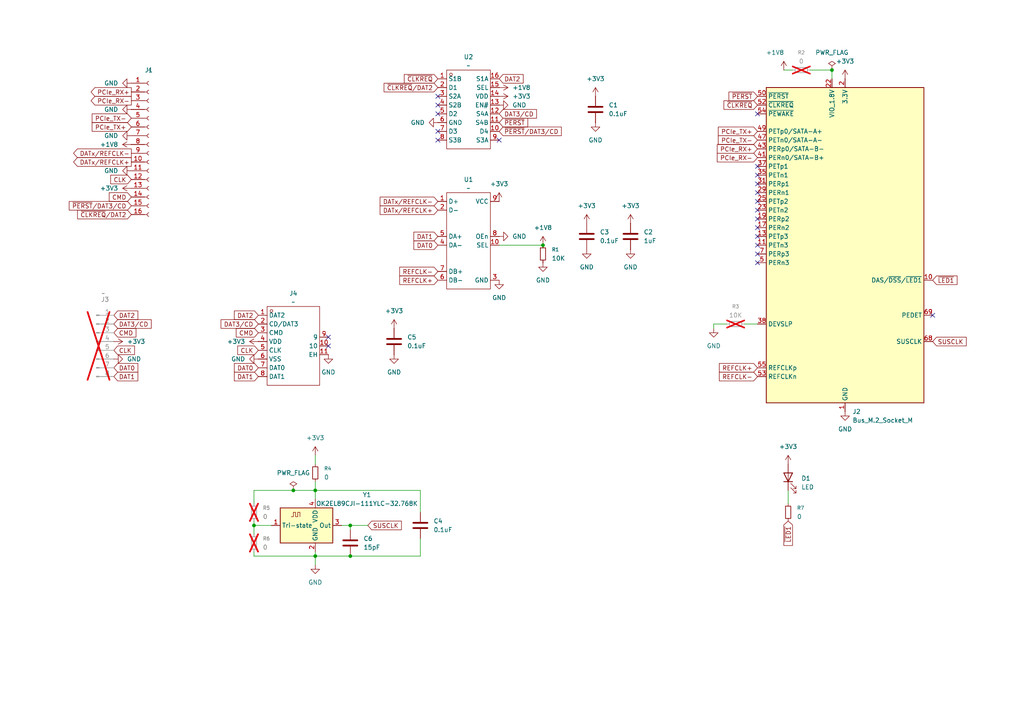
<source format=kicad_sch>
(kicad_sch (version 20250114) (generator "eeschema") (generator_version "9.0")
  (paper "A4")
  (lib_symbols
    (symbol "Connector:Conn_01x08_Pin" (pin_names (offset 1.016) (hide yes))
      (property "Reference" "J" (at 0 10.16 0))
      (property "Value" "Conn_01x08_Pin" (at 0 -12.7 0))
      (symbol "Conn_01x08_Pin_1_1"
        (rectangle (start 0.8636 7.747) (end 0 7.493) (stroke (width 0.1524)) (fill (type outline)))
        (rectangle (start 0.8636 5.207) (end 0 4.953) (stroke (width 0.1524)) (fill (type outline)))
        (rectangle (start 0.8636 2.667) (end 0 2.413) (stroke (width 0.1524)) (fill (type outline)))
        (rectangle (start 0.8636 0.127) (end 0 -0.127) (stroke (width 0.1524)) (fill (type outline)))
        (rectangle (start 0.8636 -2.413) (end 0 -2.667) (stroke (width 0.1524)) (fill (type outline)))
        (rectangle (start 0.8636 -4.953) (end 0 -5.207) (stroke (width 0.1524)) (fill (type outline)))
        (rectangle (start 0.8636 -7.493) (end 0 -7.747) (stroke (width 0.1524)) (fill (type outline)))
        (rectangle (start 0.8636 -10.033) (end 0 -10.287) (stroke (width 0.1524)) (fill (type outline)))
        (polyline (pts (xy 1.27 7.62) (xy 0.8636 7.62)) (stroke (width 0.1524)))
        (polyline (pts (xy 1.27 5.08) (xy 0.8636 5.08)) (stroke (width 0.1524)))
        (polyline (pts (xy 1.27 2.54) (xy 0.8636 2.54)) (stroke (width 0.1524)))
        (polyline (pts (xy 1.27 0) (xy 0.8636 0)) (stroke (width 0.1524)))
        (polyline (pts (xy 1.27 -2.54) (xy 0.8636 -2.54)) (stroke (width 0.1524)))
        (polyline (pts (xy 1.27 -5.08) (xy 0.8636 -5.08)) (stroke (width 0.1524)))
        (polyline (pts (xy 1.27 -7.62) (xy 0.8636 -7.62)) (stroke (width 0.1524)))
        (polyline (pts (xy 1.27 -10.16) (xy 0.8636 -10.16)) (stroke (width 0.1524)))
        (pin passive line (at 5.08 7.62 180) (length 3.81) (name "Pin_1") (number "1"))
        (pin passive line (at 5.08 5.08 180) (length 3.81) (name "Pin_2") (number "2"))
        (pin passive line (at 5.08 2.54 180) (length 3.81) (name "Pin_3") (number "3"))
        (pin passive line (at 5.08 0 180) (length 3.81) (name "Pin_4") (number "4"))
        (pin passive line (at 5.08 -2.54 180) (length 3.81) (name "Pin_5") (number "5"))
        (pin passive line (at 5.08 -5.08 180) (length 3.81) (name "Pin_6") (number "6"))
        (pin passive line (at 5.08 -7.62 180) (length 3.81) (name "Pin_7") (number "7"))
        (pin passive line (at 5.08 -10.16 180) (length 3.81) (name "Pin_8") (number "8"))
      )
    )
    (symbol "Device:C" (pin_numbers (hide yes)) (pin_names (offset 0.254))
      (property "Reference" "C" (at 0.635 2.54 0))
      (property "Value" "C" (at 0.635 -2.54 0))
      (symbol "C_0_1"
        (polyline (pts (xy -2.032 0.762) (xy 2.032 0.762)) (stroke (width 0.508)))
        (polyline (pts (xy -2.032 -0.762) (xy 2.032 -0.762)) (stroke (width 0.508)))
      )
      (symbol "C_1_1"
        (pin passive line (at 0 3.81 270) (length 2.794) (name "~") (number "1"))
        (pin passive line (at 0 -3.81 90) (length 2.794) (name "~") (number "2"))
      )
    )
    (symbol "Device:LED" (pin_numbers (hide yes)) (pin_names (offset 1.016) (hide yes))
      (property "Reference" "D" (at 0 2.54 0))
      (property "Value" "LED" (at 0 -2.54 0))
      (symbol "LED_0_1"
        (polyline (pts (xy -3.048 -0.762) (xy -4.572 -2.286) (xy -3.81 -2.286) (xy -4.572 -2.286) (xy -4.572 -1.524)))
        (polyline (pts (xy -1.778 -0.762) (xy -3.302 -2.286) (xy -2.54 -2.286) (xy -3.302 -2.286) (xy -3.302 -1.524)))
        (polyline (pts (xy -1.27 0) (xy 1.27 0)))
        (polyline (pts (xy -1.27 -1.27) (xy -1.27 1.27)) (stroke (width 0.254)))
        (polyline (pts (xy 1.27 -1.27) (xy 1.27 1.27) (xy -1.27 0) (xy 1.27 -1.27)) (stroke (width 0.254)))
      )
      (symbol "LED_1_1"
        (pin passive line (at -3.81 0 0) (length 2.54) (name "K") (number "1"))
        (pin passive line (at 3.81 0 180) (length 2.54) (name "A") (number "2"))
      )
    )
    (symbol "Device:R_Small" (pin_numbers (hide yes)) (pin_names (offset 0.254) (hide yes))
      (property "Reference" "R" (at 0 0 90))
      (property "Value" "R_Small" (at 1.778 0 90))
      (symbol "R_Small_0_1"
        (rectangle (start -0.762 1.778) (end 0.762 -1.778) (stroke (width 0.2032)))
      )
      (symbol "R_Small_1_1"
        (pin passive line (at 0 2.54 270) (length 0.762) (name "~") (number "1"))
        (pin passive line (at 0 -2.54 90) (length 0.762) (name "~") (number "2"))
      )
    )
    (symbol "m1cha:Bus_M.2_Socket_M_Platform"
      (property "Reference" "J" (at -22.86 46.99 0))
      (property "Value" "Bus_M.2_Socket_M_Platform" (at 16.51 46.99 0))
      (symbol "Bus_M.2_Socket_M_Platform_0_1"
        (rectangle (start -22.86 45.72) (end 22.86 -45.72) (stroke (width 0.254)) (fill (type background)))
      )
      (symbol "Bus_M.2_Socket_M_Platform_1_1"
        (pin input line (at -25.4 43.18 0) (length 2.54) (name "~{PERST}") (number "50"))
        (pin bidirectional line (at -25.4 40.64 0) (length 2.54) (name "~{CLKREQ}") (number "52"))
        (pin bidirectional line (at -25.4 38.1 0) (length 2.54) (name "~{PEWAKE}") (number "54"))
        (pin input line (at -25.4 33.02 0) (length 2.54) (name "PETp0/SATA-A+") (number "49"))
        (pin input line (at -25.4 30.48 0) (length 2.54) (name "PETn0/SATA-A-") (number "47"))
        (pin output line (at -25.4 27.94 0) (length 2.54) (name "PERp0/SATA-B-") (number "43"))
        (pin output line (at -25.4 25.4 0) (length 2.54) (name "PERn0/SATA-B+") (number "41"))
        (pin input line (at -25.4 22.86 0) (length 2.54) (name "PETp1") (number "37"))
        (pin input line (at -25.4 20.32 0) (length 2.54) (name "PETn1") (number "35"))
        (pin output line (at -25.4 17.78 0) (length 2.54) (name "PERp1") (number "31"))
        (pin output line (at -25.4 15.24 0) (length 2.54) (name "PERn1") (number "29"))
        (pin input line (at -25.4 12.7 0) (length 2.54) (name "PETp2") (number "25"))
        (pin input line (at -25.4 10.16 0) (length 2.54) (name "PETn2") (number "23"))
        (pin output line (at -25.4 7.62 0) (length 2.54) (name "PERp2") (number "19"))
        (pin output line (at -25.4 5.08 0) (length 2.54) (name "PERn2") (number "17"))
        (pin input line (at -25.4 2.54 0) (length 2.54) (name "PETp3") (number "13"))
        (pin input line (at -25.4 0 0) (length 2.54) (name "PETn3") (number "11"))
        (pin output line (at -25.4 -2.54 0) (length 2.54) (name "PERp3") (number "7"))
        (pin output line (at -25.4 -5.08 0) (length 2.54) (name "PERn3") (number "5"))
        (pin input line (at -25.4 -22.86 0) (length 2.54) (name "DEVSLP") (number "38"))
        (pin input line (at -25.4 -35.56 0) (length 2.54) (name "REFCLKp") (number "55"))
        (pin input line (at -25.4 -38.1 0) (length 2.54) (name "REFCLKn") (number "53"))
        (pin power_in line (at -3.81 48.26 270) (length 2.54) (name "VIO_1.8V") (number "22"))
        (pin passive line (at 0 48.26 270) (length 2.54) (hide yes) (name "3.3V") (number "12"))
        (pin passive line (at 0 48.26 270) (length 2.54) (hide yes) (name "3.3V") (number "14"))
        (pin passive line (at 0 48.26 270) (length 2.54) (hide yes) (name "3.3V") (number "16"))
        (pin passive line (at 0 48.26 270) (length 2.54) (hide yes) (name "3.3V") (number "18"))
        (pin power_in line (at 0 48.26 270) (length 2.54) (name "3.3V") (number "2"))
        (pin passive line (at 0 48.26 270) (length 2.54) (hide yes) (name "3.3V") (number "4"))
        (pin passive line (at 0 48.26 270) (length 2.54) (hide yes) (name "3.3V") (number "70"))
        (pin passive line (at 0 48.26 270) (length 2.54) (hide yes) (name "3.3V") (number "72"))
        (pin passive line (at 0 48.26 270) (length 2.54) (hide yes) (name "3.3V") (number "74"))
        (pin power_in line (at 0 -48.26 90) (length 2.54) (name "GND") (number "1"))
        (pin passive line (at 0 -48.26 90) (length 2.54) (hide yes) (name "GND") (number "15"))
        (pin passive line (at 0 -48.26 90) (length 2.54) (hide yes) (name "GND") (number "21"))
        (pin passive line (at 0 -48.26 90) (length 2.54) (hide yes) (name "GND") (number "27"))
        (pin passive line (at 0 -48.26 90) (length 2.54) (hide yes) (name "GND") (number "3"))
        (pin passive line (at 0 -48.26 90) (length 2.54) (hide yes) (name "GND") (number "33"))
        (pin passive line (at 0 -48.26 90) (length 2.54) (hide yes) (name "GND") (number "39"))
        (pin passive line (at 0 -48.26 90) (length 2.54) (hide yes) (name "GND") (number "45"))
        (pin passive line (at 0 -48.26 90) (length 2.54) (hide yes) (name "GND") (number "51"))
        (pin passive line (at 0 -48.26 90) (length 2.54) (hide yes) (name "GND") (number "57"))
        (pin passive line (at 0 -48.26 90) (length 2.54) (hide yes) (name "GND") (number "71"))
        (pin passive line (at 0 -48.26 90) (length 2.54) (hide yes) (name "GND") (number "73"))
        (pin passive line (at 0 -48.26 90) (length 2.54) (hide yes) (name "GND") (number "75"))
        (pin passive line (at 0 -48.26 90) (length 2.54) (hide yes) (name "GND") (number "9"))
        (pin no_connect line (at 22.86 40.64 180) (length 2.54) (hide yes) (name "NC") (number "58"))
        (pin no_connect line (at 22.86 38.1 180) (length 2.54) (hide yes) (name "NC") (number "56"))
        (pin no_connect line (at 22.86 35.56 180) (length 2.54) (hide yes) (name "NC") (number "48"))
        (pin no_connect line (at 22.86 33.02 180) (length 2.54) (hide yes) (name "NC") (number "46"))
        (pin no_connect line (at 22.86 30.48 180) (length 2.54) (hide yes) (name "NC") (number "44"))
        (pin no_connect line (at 22.86 27.94 180) (length 2.54) (hide yes) (name "NC") (number "42"))
        (pin no_connect line (at 22.86 25.4 180) (length 2.54) (hide yes) (name "NC") (number "40"))
        (pin no_connect line (at 22.86 22.86 180) (length 2.54) (hide yes) (name "NC") (number "36"))
        (pin no_connect line (at 22.86 20.32 180) (length 2.54) (hide yes) (name "NC") (number "34"))
        (pin no_connect line (at 22.86 17.78 180) (length 2.54) (hide yes) (name "NC") (number "32"))
        (pin no_connect line (at 22.86 15.24 180) (length 2.54) (hide yes) (name "NC") (number "30"))
        (pin no_connect line (at 22.86 12.7 180) (length 2.54) (hide yes) (name "NC") (number "28"))
        (pin no_connect line (at 22.86 10.16 180) (length 2.54) (hide yes) (name "NC") (number "26"))
        (pin no_connect line (at 22.86 7.62 180) (length 2.54) (hide yes) (name "NC") (number "24"))
        (pin no_connect line (at 22.86 2.54 180) (length 2.54) (hide yes) (name "NC") (number "20"))
        (pin no_connect line (at 22.86 0 180) (length 2.54) (hide yes) (name "NC") (number "8"))
        (pin no_connect line (at 22.86 -2.54 180) (length 2.54) (hide yes) (name "NC") (number "6"))
        (pin no_connect line (at 22.86 -5.08 180) (length 2.54) (hide yes) (name "NC") (number "67"))
        (pin bidirectional line (at 25.4 -10.16 180) (length 2.54) (name "DAS/~{DSS}/~{LED1}") (number "10"))
        (pin passive line (at 25.4 -20.32 180) (length 2.54) (name "PEDET") (number "69"))
        (pin input line (at 25.4 -27.94 180) (length 2.54) (name "SUSCLK") (number "68"))
      )
    )
    (symbol "m1cha:Molex uSD connector 503398-1892"
      (property "Reference" "CARD" (at 0 0 0))
      (symbol "Molex uSD connector 503398-1892_1_0"
        (rectangle (start -7.62 -11.43) (end 7.62 11.43))
        (circle (center -6.35 10.16) (radius 0.381))
        (pin bidirectional line (at -10.16 8.89 0) (length 2.54) (name "DAT2") (number "1"))
        (pin bidirectional line (at -10.16 6.35 0) (length 2.54) (name "CD/DAT3") (number "2"))
        (pin input line (at -10.16 3.81 0) (length 2.54) (name "CMD") (number "3"))
        (pin power_in line (at -10.16 1.27 0) (length 2.54) (name "VDD") (number "4"))
        (pin input line (at -10.16 -1.27 0) (length 2.54) (name "CLK") (number "5"))
        (pin power_in line (at -10.16 -3.81 0) (length 2.54) (name "VSS") (number "6"))
        (pin bidirectional line (at -10.16 -6.35 0) (length 2.54) (name "DAT0") (number "7"))
        (pin bidirectional line (at -10.16 -8.89 0) (length 2.54) (name "DAT1") (number "8"))
        (pin passive line (at 10.16 2.54 180) (length 2.54) (name "9") (number "9"))
        (pin passive line (at 10.16 0 180) (length 2.54) (name "10") (number "10"))
        (pin passive line (at 10.16 -2.54 180) (length 2.54) (name "EH") (number "11"))
      )
    )
    (symbol "m1cha:OK2EL89CJI-111YLC-32.768K"
      (property "Reference" "Y" (at -6.35 6.35 0))
      (property "Value" "OK2EL89CJI-111YLC-32.768K" (at 11.43 6.35 0))
      (symbol "OK2EL89CJI-111YLC-32.768K_1_1"
        (rectangle (start -7.62 5.08) (end 7.62 -5.08) (stroke (width 0.254)) (fill (type background)))
        (polyline (pts (xy -4.445 2.54) (xy -3.81 2.54) (xy -3.81 3.81) (xy -3.175 3.81) (xy -3.175 2.54) (xy -2.54 2.54) (xy -2.54 3.81) (xy -1.905 3.81) (xy -1.905 2.54)))
        (pin input line (at -10.16 0 0) (length 2.54) (name "Tri-state") (number "1"))
        (pin power_in line (at 2.54 7.62 270) (length 2.54) (name "VDD") (number "4"))
        (pin power_in line (at 2.54 -7.62 90) (length 2.54) (name "GND") (number "2"))
        (pin output line (at 10.16 0 180) (length 2.54) (name "Out") (number "3"))
      )
    )
    (symbol "m1cha:TMUX1574RSVR-UQFN"
      (property "Reference" "U" (at 0 0 0))
      (symbol "TMUX1574RSVR-UQFN_1_0"
        (rectangle (start -6.35 -11.43) (end 6.35 11.43))
        (circle (center -5.08 10.16) (radius 0.381))
        (pin bidirectional line (at -8.89 8.89 0) (length 2.54) (name "S1B") (number "1"))
        (pin bidirectional line (at -8.89 6.35 0) (length 2.54) (name "D1") (number "2"))
        (pin bidirectional line (at -8.89 3.81 0) (length 2.54) (name "S2A") (number "3"))
        (pin bidirectional line (at -8.89 1.27 0) (length 2.54) (name "S2B") (number "4"))
        (pin bidirectional line (at -8.89 -1.27 0) (length 2.54) (name "D2") (number "5"))
        (pin power_in line (at -8.89 -3.81 0) (length 2.54) (name "GND") (number "6"))
        (pin bidirectional line (at -8.89 -6.35 0) (length 2.54) (name "D3") (number "7"))
        (pin bidirectional line (at -8.89 -8.89 0) (length 2.54) (name "S3B") (number "8"))
        (pin bidirectional line (at 8.89 8.89 180) (length 2.54) (name "S1A") (number "16"))
        (pin input line (at 8.89 6.35 180) (length 2.54) (name "SEL") (number "15"))
        (pin power_in line (at 8.89 3.81 180) (length 2.54) (name "VDD") (number "14"))
        (pin input line (at 8.89 1.27 180) (length 2.54) (name "EN#") (number "13"))
        (pin bidirectional line (at 8.89 -1.27 180) (length 2.54) (name "S4A") (number "12"))
        (pin bidirectional line (at 8.89 -3.81 180) (length 2.54) (name "S4B") (number "11"))
        (pin bidirectional line (at 8.89 -6.35 180) (length 2.54) (name "D4") (number "10"))
        (pin bidirectional line (at 8.89 -8.89 180) (length 2.54) (name "S3A") (number "9"))
      )
    )
    (symbol "m1cha:TMUXHS221NKGT"
      (property "Reference" "U" (at 0 0 0))
      (symbol "TMUXHS221NKGT_1_0"
        (rectangle (start -6.35 13.97) (end 6.35 -13.97))
        (pin bidirectional line (at -8.89 11.43 0) (length 2.54) (name "D+") (number "1"))
        (pin bidirectional line (at -8.89 8.89 0) (length 2.54) (name "D-") (number "2"))
        (pin bidirectional line (at -8.89 1.27 0) (length 2.54) (name "DA+") (number "5"))
        (pin bidirectional line (at -8.89 -1.27 0) (length 2.54) (name "DA-") (number "4"))
        (pin bidirectional line (at -8.89 -8.89 0) (length 2.54) (name "DB+") (number "7"))
        (pin bidirectional line (at -8.89 -11.43 0) (length 2.54) (name "DB-") (number "6"))
        (pin power_in line (at 8.89 11.43 180) (length 2.54) (name "VCC") (number "9"))
        (pin input line (at 8.89 1.27 180) (length 2.54) (name "OEn") (number "8"))
        (pin input line (at 8.89 -1.27 180) (length 2.54) (name "SEL") (number "10"))
        (pin power_in line (at 8.89 -11.43 180) (length 2.54) (name "GND") (number "3"))
      )
    )
    (symbol "m1cha:usdex-fpc-connector" (pin_names (offset 1.016) (hide yes))
      (property "Reference" "J" (at 0 20.32 0))
      (property "Value" "usdex-fpc-connector" (at 0 -22.86 0))
      (symbol "usdex-fpc-connector_1_1"
        (polyline (pts (xy -1.27 17.78) (xy -0.508 17.78)) (stroke (width 0.1524)))
        (polyline (pts (xy -1.27 15.24) (xy -0.508 15.24)) (stroke (width 0.1524)))
        (polyline (pts (xy -1.27 12.7) (xy -0.508 12.7)) (stroke (width 0.1524)))
        (polyline (pts (xy -1.27 10.16) (xy -0.508 10.16)) (stroke (width 0.1524)))
        (polyline (pts (xy -1.27 7.62) (xy -0.508 7.62)) (stroke (width 0.1524)))
        (polyline (pts (xy -1.27 5.08) (xy -0.508 5.08)) (stroke (width 0.1524)))
        (polyline (pts (xy -1.27 2.54) (xy -0.508 2.54)) (stroke (width 0.1524)))
        (polyline (pts (xy -1.27 0) (xy -0.508 0)) (stroke (width 0.1524)))
        (polyline (pts (xy -1.27 -2.54) (xy -0.508 -2.54)) (stroke (width 0.1524)))
        (polyline (pts (xy -1.27 -5.08) (xy -0.508 -5.08)) (stroke (width 0.1524)))
        (polyline (pts (xy -1.27 -7.62) (xy -0.508 -7.62)) (stroke (width 0.1524)))
        (polyline (pts (xy -1.27 -10.16) (xy -0.508 -10.16)) (stroke (width 0.1524)))
        (polyline (pts (xy -1.27 -12.7) (xy -0.508 -12.7)) (stroke (width 0.1524)))
        (polyline (pts (xy -1.27 -15.24) (xy -0.508 -15.24)) (stroke (width 0.1524)))
        (polyline (pts (xy -1.27 -17.78) (xy -0.508 -17.78)) (stroke (width 0.1524)))
        (polyline (pts (xy -1.27 -20.32) (xy -0.508 -20.32)) (stroke (width 0.1524)))
        (arc (start 0 17.272) (mid -0.5058 17.78) (end 0 18.288) (stroke (width 0.1524)))
        (arc (start 0 14.732) (mid -0.5058 15.24) (end 0 15.748) (stroke (width 0.1524)))
        (arc (start 0 12.192) (mid -0.5058 12.7) (end 0 13.208) (stroke (width 0.1524)))
        (arc (start 0 9.652) (mid -0.5058 10.16) (end 0 10.668) (stroke (width 0.1524)))
        (arc (start 0 7.112) (mid -0.5058 7.62) (end 0 8.128) (stroke (width 0.1524)))
        (arc (start 0 4.572) (mid -0.5058 5.08) (end 0 5.588) (stroke (width 0.1524)))
        (arc (start 0 2.032) (mid -0.5058 2.54) (end 0 3.048) (stroke (width 0.1524)))
        (arc (start 0 -0.508) (mid -0.5058 0) (end 0 0.508) (stroke (width 0.1524)))
        (arc (start 0 -3.048) (mid -0.5058 -2.54) (end 0 -2.032) (stroke (width 0.1524)))
        (arc (start 0 -5.588) (mid -0.5058 -5.08) (end 0 -4.572) (stroke (width 0.1524)))
        (arc (start 0 -8.128) (mid -0.5058 -7.62) (end 0 -7.112) (stroke (width 0.1524)))
        (arc (start 0 -10.668) (mid -0.5058 -10.16) (end 0 -9.652) (stroke (width 0.1524)))
        (arc (start 0 -13.208) (mid -0.5058 -12.7) (end 0 -12.192) (stroke (width 0.1524)))
        (arc (start 0 -15.748) (mid -0.5058 -15.24) (end 0 -14.732) (stroke (width 0.1524)))
        (arc (start 0 -18.288) (mid -0.5058 -17.78) (end 0 -17.272) (stroke (width 0.1524)))
        (arc (start 0 -20.828) (mid -0.5058 -20.32) (end 0 -19.812) (stroke (width 0.1524)))
        (pin power_out line (at -5.08 17.78 0) (length 3.81) (name "Pin_1") (number "1"))
        (pin passive line (at -5.08 15.24 0) (length 3.81) (name "Pin_2") (number "2"))
        (pin passive line (at -5.08 12.7 0) (length 3.81) (name "Pin_3") (number "3"))
        (pin passive line (at -5.08 10.16 0) (length 3.81) (name "Pin_4") (number "4"))
        (pin passive line (at -5.08 7.62 0) (length 3.81) (name "Pin_5") (number "5"))
        (pin passive line (at -5.08 5.08 0) (length 3.81) (name "Pin_6") (number "6"))
        (pin passive line (at -5.08 2.54 0) (length 3.81) (name "Pin_7") (number "7"))
        (pin power_out line (at -5.08 0 0) (length 3.81) (name "Pin_8") (number "8"))
        (pin passive line (at -5.08 -2.54 0) (length 3.81) (name "Pin_9") (number "9"))
        (pin passive line (at -5.08 -5.08 0) (length 3.81) (name "Pin_10") (number "10"))
        (pin passive line (at -5.08 -7.62 0) (length 3.81) (name "Pin_11") (number "11"))
        (pin passive line (at -5.08 -10.16 0) (length 3.81) (name "Pin_12") (number "12"))
        (pin power_out line (at -5.08 -12.7 0) (length 3.81) (name "Pin_13") (number "13"))
        (pin passive line (at -5.08 -15.24 0) (length 3.81) (name "Pin_14") (number "14"))
        (pin passive line (at -5.08 -17.78 0) (length 3.81) (name "Pin_15") (number "15"))
        (pin passive line (at -5.08 -20.32 0) (length 3.81) (name "Pin_16") (number "16"))
      )
    )
    (symbol "power:+1V8" (power) (pin_numbers (hide yes)) (pin_names (offset 0) (hide yes))
      (property "Value" "+1V8" (at 0 3.556 0))
      (symbol "+1V8_0_1"
        (polyline (pts (xy -0.762 1.27) (xy 0 2.54)))
        (polyline (pts (xy 0 2.54) (xy 0.762 1.27)))
        (polyline (pts (xy 0 0) (xy 0 2.54)))
      )
      (symbol "+1V8_1_1"
        (pin power_in line (at 0 0 90) (length 0) (name "~") (number "1"))
      )
    )
    (symbol "power:+3V3" (power) (pin_numbers (hide yes)) (pin_names (offset 0) (hide yes))
      (property "Value" "+3V3" (at 0 3.556 0))
      (symbol "+3V3_0_1"
        (polyline (pts (xy -0.762 1.27) (xy 0 2.54)))
        (polyline (pts (xy 0 2.54) (xy 0.762 1.27)))
        (polyline (pts (xy 0 0) (xy 0 2.54)))
      )
      (symbol "+3V3_1_1"
        (pin power_in line (at 0 0 90) (length 0) (name "~") (number "1"))
      )
    )
    (symbol "power:GND" (power) (pin_numbers (hide yes)) (pin_names (offset 0) (hide yes))
      (property "Value" "GND" (at 0 -3.81 0))
      (symbol "GND_0_1"
        (polyline (pts (xy 0 0) (xy 0 -1.27) (xy 1.27 -1.27) (xy 0 -2.54) (xy -1.27 -1.27) (xy 0 -1.27)))
      )
      (symbol "GND_1_1"
        (pin power_in line (at 0 0 270) (length 0) (name "~") (number "1"))
      )
    )
    (symbol "power:PWR_FLAG" (power) (pin_numbers (hide yes)) (pin_names (offset 0) (hide yes))
      (property "Value" "PWR_FLAG" (at 0 3.81 0))
      (symbol "PWR_FLAG_0_0"
        (pin power_out line (at 0 0 90) (length 0) (name "~") (number "1"))
      )
      (symbol "PWR_FLAG_0_1"
        (polyline (pts (xy 0 0) (xy 0 1.27) (xy -1.016 1.905) (xy 0 2.54) (xy 1.016 1.905) (xy 0 1.27)))
      )
    )
  )
  (junction (at 91.44 142.24))
  (junction (at 85.09 142.24))
  (junction (at 241.3 20.32))
  (junction (at 101.6 152.4))
  (junction (at 73.66 152.4))
  (junction (at 101.6 161.29))
  (junction (at 157.48 71.12))
  (junction (at 91.44 161.29))
  (no_connect (at 127 27.94))
  (no_connect (at 127 38.1))
  (no_connect (at 219.71 58.42))
  (no_connect (at 144.78 40.64))
  (no_connect (at 219.71 60.96))
  (no_connect (at 95.25 97.79))
  (no_connect (at 95.25 100.33))
  (no_connect (at 219.71 71.12))
  (no_connect (at 219.71 53.34))
  (no_connect (at 219.71 48.26))
  (no_connect (at 127 30.48))
  (no_connect (at 219.71 63.5))
  (no_connect (at 219.71 66.04))
  (no_connect (at 270.51 91.44))
  (no_connect (at 219.71 33.02))
  (no_connect (at 219.71 76.2))
  (no_connect (at 219.71 68.58))
  (no_connect (at 127 33.02))
  (no_connect (at 219.71 55.88))
  (no_connect (at 219.71 50.8))
  (no_connect (at 127 40.64))
  (no_connect (at 219.71 73.66))
  (wire (pts (xy 73.66 160.02) (xy 73.66 161.29)))
  (wire (pts (xy 215.9 93.98) (xy 219.71 93.98)))
  (wire (pts (xy 91.44 139.7) (xy 91.44 142.24)))
  (wire (pts (xy 101.6 152.4) (xy 101.6 153.67)))
  (wire (pts (xy 91.44 132.08) (xy 91.44 134.62)))
  (wire (pts (xy 73.66 146.05) (xy 73.66 142.24)))
  (wire (pts (xy 91.44 163.83) (xy 91.44 161.29)))
  (wire (pts (xy 228.6 142.24) (xy 228.6 146.05)))
  (wire (pts (xy 73.66 142.24) (xy 85.09 142.24)))
  (wire (pts (xy 121.92 142.24) (xy 121.92 148.59)))
  (wire (pts (xy 207.01 93.98) (xy 210.82 93.98)))
  (wire (pts (xy 241.3 20.32) (xy 234.95 20.32)))
  (wire (pts (xy 101.6 152.4) (xy 99.06 152.4)))
  (wire (pts (xy 106.68 152.4) (xy 101.6 152.4)))
  (wire (pts (xy 121.92 161.29) (xy 101.6 161.29)))
  (wire (pts (xy 91.44 142.24) (xy 91.44 144.78)))
  (wire (pts (xy 121.92 156.21) (xy 121.92 161.29)))
  (wire (pts (xy 101.6 161.29) (xy 91.44 161.29)))
  (wire (pts (xy 207.01 95.25) (xy 207.01 93.98)))
  (wire (pts (xy 91.44 161.29) (xy 91.44 160.02)))
  (wire (pts (xy 73.66 152.4) (xy 73.66 154.94)))
  (wire (pts (xy 227.33 20.32) (xy 229.87 20.32)))
  (wire (pts (xy 85.09 142.24) (xy 91.44 142.24)))
  (wire (pts (xy 73.66 161.29) (xy 91.44 161.29)))
  (wire (pts (xy 78.74 152.4) (xy 73.66 152.4)))
  (wire (pts (xy 241.3 20.32) (xy 241.3 22.86)))
  (wire (pts (xy 91.44 142.24) (xy 121.92 142.24)))
  (wire (pts (xy 73.66 152.4) (xy 73.66 151.13)))
  (wire (pts (xy 144.78 71.12) (xy 157.48 71.12)))
  (global_label "CMD" (shape input) (at 38.1 57.15 180) (property "Intersheetrefs" "${INTERSHEET_REFS}" (effects (hide yes))))
  (global_label "DAT0" (shape input) (at 127 71.12 180) (property "Intersheetrefs" "${INTERSHEET_REFS}" (effects (hide yes))))
  (global_label "PCIe_RX+" (shape input) (at 219.71 43.18 180) (property "Intersheetrefs" "${INTERSHEET_REFS}" (effects (hide yes))))
  (global_label "SUSCLK" (shape input) (at 270.51 99.06 0) (property "Intersheetrefs" "${INTERSHEET_REFS}" (effects (hide yes))))
  (global_label "REFCLK-" (shape input) (at 127 78.74 180) (property "Intersheetrefs" "${INTERSHEET_REFS}" (effects (hide yes))))
  (global_label "CLK" (shape input) (at 38.1 52.07 180) (property "Intersheetrefs" "${INTERSHEET_REFS}" (effects (hide yes))))
  (global_label "~{PERST}" (shape input) (at 219.71 27.94 180) (property "Intersheetrefs" "${INTERSHEET_REFS}" (effects (hide yes))))
  (global_label "~{CLKREQ}" (shape input) (at 219.71 30.48 180) (property "Intersheetrefs" "${INTERSHEET_REFS}" (effects (hide yes))))
  (global_label "REFCLK+" (shape input) (at 219.71 106.68 180) (property "Intersheetrefs" "${INTERSHEET_REFS}" (effects (hide yes))))
  (global_label "~{CLKREQ}" (shape input) (at 127 22.86 180) (property "Intersheetrefs" "${INTERSHEET_REFS}" (effects (hide yes))))
  (global_label "DAT2" (shape input) (at 144.78 22.86 0) (property "Intersheetrefs" "${INTERSHEET_REFS}" (effects (hide yes))))
  (global_label "PCIe_TX-" (shape input) (at 219.71 40.64 180) (property "Intersheetrefs" "${INTERSHEET_REFS}" (effects (hide yes))))
  (global_label "~{PERST}{slash}DAT3{slash}CD" (shape input) (at 38.1 59.69 180) (property "Intersheetrefs" "${INTERSHEET_REFS}" (effects (hide yes))))
  (global_label "DAT0" (shape input) (at 33.02 106.68 0) (property "Intersheetrefs" "${INTERSHEET_REFS}" (effects (hide yes))))
  (global_label "PCIe_TX+" (shape input) (at 219.71 38.1 180) (property "Intersheetrefs" "${INTERSHEET_REFS}" (effects (hide yes))))
  (global_label "DAT1" (shape input) (at 74.93 109.22 180) (property "Intersheetrefs" "${INTERSHEET_REFS}" (effects (hide yes))))
  (global_label "DAT1" (shape input) (at 127 68.58 180) (property "Intersheetrefs" "${INTERSHEET_REFS}" (effects (hide yes))))
  (global_label "SUSCLK" (shape input) (at 106.68 152.4 0) (property "Intersheetrefs" "${INTERSHEET_REFS}" (effects (hide yes))))
  (global_label "PCIe_RX-" (shape output) (at 38.1 29.21 180) (property "Intersheetrefs" "${INTERSHEET_REFS}" (effects (hide yes))))
  (global_label "~{CLKREQ}{slash}DAT2" (shape input) (at 127 25.4 180) (property "Intersheetrefs" "${INTERSHEET_REFS}" (effects (hide yes))))
  (global_label "CMD" (shape input) (at 74.93 96.52 180) (property "Intersheetrefs" "${INTERSHEET_REFS}" (effects (hide yes))))
  (global_label "~{LED1}" (shape input) (at 270.51 81.28 0) (property "Intersheetrefs" "${INTERSHEET_REFS}" (effects (hide yes))))
  (global_label "CLK" (shape input) (at 33.02 101.6 0) (property "Intersheetrefs" "${INTERSHEET_REFS}" (effects (hide yes))))
  (global_label "~{CLKREQ}{slash}DAT2" (shape input) (at 38.1 62.23 180) (property "Intersheetrefs" "${INTERSHEET_REFS}" (effects (hide yes))))
  (global_label "DAT1" (shape input) (at 33.02 109.22 0) (property "Intersheetrefs" "${INTERSHEET_REFS}" (effects (hide yes))))
  (global_label "DATx{slash}REFCLK-" (shape input) (at 127 58.42 180) (property "Intersheetrefs" "${INTERSHEET_REFS}" (effects (hide yes))))
  (global_label "CLK" (shape input) (at 74.93 101.6 180) (property "Intersheetrefs" "${INTERSHEET_REFS}" (effects (hide yes))))
  (global_label "DAT2" (shape input) (at 33.02 91.44 0) (property "Intersheetrefs" "${INTERSHEET_REFS}" (effects (hide yes))))
  (global_label "DAT2" (shape input) (at 74.93 91.44 180) (property "Intersheetrefs" "${INTERSHEET_REFS}" (effects (hide yes))))
  (global_label "DAT3{slash}CD" (shape input) (at 33.02 93.98 0) (property "Intersheetrefs" "${INTERSHEET_REFS}" (effects (hide yes))))
  (global_label "DATx{slash}REFCLK+" (shape output) (at 38.1 46.99 180) (property "Intersheetrefs" "${INTERSHEET_REFS}" (effects (hide yes))))
  (global_label "DAT3{slash}CD" (shape input) (at 74.93 93.98 180) (property "Intersheetrefs" "${INTERSHEET_REFS}" (effects (hide yes))))
  (global_label "DAT3{slash}CD" (shape input) (at 144.78 33.02 0) (property "Intersheetrefs" "${INTERSHEET_REFS}" (effects (hide yes))))
  (global_label "REFCLK+" (shape input) (at 127 81.28 180) (property "Intersheetrefs" "${INTERSHEET_REFS}" (effects (hide yes))))
  (global_label "DATx{slash}REFCLK+" (shape input) (at 127 60.96 180) (property "Intersheetrefs" "${INTERSHEET_REFS}" (effects (hide yes))))
  (global_label "~{PERST}{slash}DAT3{slash}CD" (shape input) (at 144.78 38.1 0) (property "Intersheetrefs" "${INTERSHEET_REFS}" (effects (hide yes))))
  (global_label "DAT0" (shape input) (at 74.93 106.68 180) (property "Intersheetrefs" "${INTERSHEET_REFS}" (effects (hide yes))))
  (global_label "PCIe_TX+" (shape input) (at 38.1 36.83 180) (property "Intersheetrefs" "${INTERSHEET_REFS}" (effects (hide yes))))
  (global_label "PCIe_RX+" (shape output) (at 38.1 26.67 180) (property "Intersheetrefs" "${INTERSHEET_REFS}" (effects (hide yes))))
  (global_label "REFCLK-" (shape input) (at 219.71 109.22 180) (property "Intersheetrefs" "${INTERSHEET_REFS}" (effects (hide yes))))
  (global_label "PCIe_RX-" (shape input) (at 219.71 45.72 180) (property "Intersheetrefs" "${INTERSHEET_REFS}" (effects (hide yes))))
  (global_label "~{PERST}" (shape input) (at 144.78 35.56 0) (property "Intersheetrefs" "${INTERSHEET_REFS}" (effects (hide yes))))
  (global_label "DATx{slash}REFCLK-" (shape output) (at 38.1 44.45 180) (property "Intersheetrefs" "${INTERSHEET_REFS}" (effects (hide yes))))
  (global_label "PCIe_TX-" (shape input) (at 38.1 34.29 180) (property "Intersheetrefs" "${INTERSHEET_REFS}" (effects (hide yes))))
  (global_label "CMD" (shape input) (at 33.02 96.52 0) (property "Intersheetrefs" "${INTERSHEET_REFS}" (effects (hide yes))))
  (global_label "~{LED1}" (shape input) (at 228.6 151.13 270) (property "Intersheetrefs" "${INTERSHEET_REFS}" (effects (hide yes))))
  (symbol (lib_id "Device:LED") (at 228.6 138.43 90) (unit 1)
    (property "Reference" "D1" (at 232.41 138.7474 90) (effects (justify right)))
    (property "Value" "LED" (at 232.41 141.2874 90) (effects (justify right)))
    (property "Footprint" "LED_SMD:LED_0805_2012Metric" (effects (hide yes)))
    (property "Description" "Light emitting diode" (effects (hide yes)))
    (property "Sim.Pins" "1=K 2=A" (effects (hide yes)))
  )
  (symbol (lib_id "power:GND") (at 144.78 81.28 0) (unit 1)
    (property "Reference" "#PWR011" (effects (hide yes)))
    (property "Value" "GND" (at 144.78 86.36 0))
    (property "Description" "Power symbol creates a global label with name \"GND\" , ground" (effects (hide yes)))
  )
  (symbol (lib_id "power:+3V3") (at 114.3 95.25 0) (unit 1)
    (property "Reference" "#PWR057" (effects (hide yes)))
    (property "Value" "+3V3" (at 114.3 90.17 0))
    (property "Description" "Power symbol creates a global label with name \"+3V3\"" (effects (hide yes)))
  )
  (symbol (lib_id "power:GND") (at 91.44 163.83 0) (unit 1)
    (property "Reference" "#PWR027" (effects (hide yes)))
    (property "Value" "GND" (at 91.44 168.91 0))
    (property "Description" "Power symbol creates a global label with name \"GND\" , ground" (effects (hide yes)))
  )
  (symbol (lib_id "Device:R_Small") (at 232.41 20.32 90) (unit 1) (dnp yes)
    (property "Reference" "R2" (at 232.41 15.24 90) (effects (font (size 1.016 1.016))))
    (property "Value" "0" (at 232.41 17.78 90))
    (property "Footprint" "Resistor_SMD:R_0402_1005Metric" (effects (hide yes)))
    (property "Description" "Resistor, small symbol" (effects (hide yes)))
  )
  (symbol (lib_id "Device:C") (at 121.92 152.4 0) (unit 1)
    (property "Reference" "C4" (at 125.73 151.1299 0) (effects (justify left)))
    (property "Value" "0.1uF" (at 125.73 153.6699 0) (effects (justify left)))
    (property "Footprint" "Capacitor_SMD:C_0402_1005Metric" (effects (hide yes)))
    (property "Description" "Unpolarized capacitor" (effects (hide yes)))
  )
  (symbol (lib_id "Connector:Conn_01x08_Pin") (at 27.94 99.06 0) (unit 1) (dnp yes)
    (property "Reference" "J3" (at 30.48 86.868 0))
    (property "Value" "~" (at 29.972 85.09 0))
    (property "Footprint" "Connector_PinHeader_2.54mm:PinHeader_1x08_P2.54mm_Vertical" (effects (hide yes)))
    (property "Description" "Generic connector, single row, 01x08, script generated" (effects (hide yes)))
  )
  (symbol (lib_id "Device:C") (at 182.88 68.58 0) (unit 1)
    (property "Reference" "C2" (at 186.69 67.3099 0) (effects (justify left)))
    (property "Value" "1uF" (at 186.69 69.8499 0) (effects (justify left)))
    (property "Footprint" "Capacitor_SMD:C_0402_1005Metric" (effects (hide yes)))
    (property "Description" "Unpolarized capacitor" (effects (hide yes)))
  )
  (symbol (lib_id "Device:C") (at 172.72 31.75 0) (unit 1)
    (property "Reference" "C1" (at 176.53 30.4799 0) (effects (justify left)))
    (property "Value" "0.1uF" (at 176.53 33.0199 0) (effects (justify left)))
    (property "Footprint" "Capacitor_SMD:C_0402_1005Metric" (effects (hide yes)))
    (property "Description" "Unpolarized capacitor" (effects (hide yes)))
  )
  (symbol (lib_id "Device:R_Small") (at 228.6 148.59 0) (unit 1)
    (property "Reference" "R7" (at 231.14 147.3199 0) (effects (font (size 1.016 1.016)) (justify left)))
    (property "Value" "0" (at 231.14 149.8599 0) (effects (justify left)))
    (property "Footprint" "Resistor_SMD:R_0402_1005Metric" (effects (hide yes)))
    (property "Description" "Resistor, small symbol" (effects (hide yes)))
  )
  (symbol (lib_id "power:GND") (at 170.18 72.39 0) (unit 1)
    (property "Reference" "#PWR023" (effects (hide yes)))
    (property "Value" "GND" (at 170.18 77.47 0))
    (property "Description" "Power symbol creates a global label with name \"GND\" , ground" (effects (hide yes)))
  )
  (symbol (lib_id "power:GND") (at 245.11 119.38 0) (unit 1)
    (property "Reference" "#PWR010" (effects (hide yes)))
    (property "Value" "GND" (at 245.11 124.46 0))
    (property "Description" "Power symbol creates a global label with name \"GND\" , ground" (effects (hide yes)))
  )
  (symbol (lib_id "power:GND") (at 38.1 31.75 270) (unit 1)
    (property "Reference" "#PWR043" (effects (hide yes)))
    (property "Value" "GND" (at 34.29 31.7499 90) (effects (justify right)))
    (property "Description" "Power symbol creates a global label with name \"GND\" , ground" (effects (hide yes)))
  )
  (symbol (lib_id "power:GND") (at 144.78 30.48 90) (unit 1)
    (property "Reference" "#PWR015" (effects (hide yes)))
    (property "Value" "GND" (at 148.59 30.4799 90) (effects (justify right)))
    (property "Description" "Power symbol creates a global label with name \"GND\" , ground" (effects (hide yes)))
  )
  (symbol (lib_id "power:GND") (at 95.25 102.87 0) (unit 1)
    (property "Reference" "#PWR038" (effects (hide yes)))
    (property "Value" "GND" (at 95.25 107.95 0))
    (property "Description" "Power symbol creates a global label with name \"GND\" , ground" (effects (hide yes)))
  )
  (symbol (lib_id "power:PWR_FLAG") (at 241.3 20.32 0) (unit 1)
    (property "Reference" "#FLG02" (effects (hide yes)))
    (property "Value" "PWR_FLAG" (at 241.3 15.24 0))
    (property "Description" "Special symbol for telling ERC where power comes from" (effects (hide yes)))
  )
  (symbol (lib_id "power:+1V8") (at 38.1 41.91 90) (unit 1)
    (property "Reference" "#PWR044" (effects (hide yes)))
    (property "Value" "+1V8" (at 34.29 41.9099 90) (effects (justify left)))
    (property "Description" "Power symbol creates a global label with name \"+1V8\"" (effects (hide yes)))
  )
  (symbol (lib_id "m1cha:usdex-fpc-connector") (at 43.18 41.91 0) (unit 1)
    (property "Reference" "J1" (at 43.18 20.32 0))
    (property "Value" "~" (at 43.434 20.32 0))
    (property "Footprint" "m1cha:FPC-SMD_P1.00-16P_LCS-SJ-H2.5" (effects (hide yes)))
    (property "Description" "Generic connector, single row, 01x16, script generated" (effects (hide yes)))
    (property "JLC part" "C262743" (effects (hide yes)))
  )
  (symbol (lib_id "m1cha:OK2EL89CJI-111YLC-32.768K") (at 88.9 152.4 0) (unit 1)
    (property "Reference" "Y1" (at 106.426 143.51 0))
    (property "Value" "OK2EL89CJI-111YLC-32.768K" (at 106.426 146.05 0))
    (property "Footprint" "Oscillator:Oscillator_SMD_Abracon_ASDMB-4Pin_2.5x2.0mm" (effects (hide yes)))
    (property "Datasheet" "https://atta.szlcsc.com/upload/public/pdf/source/20240731/88A160E12164C48C7C06D31001D8D73B.pdf" (effects (hide yes)))
    (property "Description" "1.8-3.3V SMD Ultra Miniature Crystal Clock Oscillator, Abracon" (effects (hide yes)))
    (property "JLC part" "C5280579" (effects (hide yes)))
  )
  (symbol (lib_id "power:+3V3") (at 144.78 58.42 0) (unit 1)
    (property "Reference" "#PWR051" (effects (hide yes)))
    (property "Value" "+3V3" (at 144.78 53.34 0))
    (property "Description" "Power symbol creates a global label with name \"+3V3\"" (effects (hide yes)))
  )
  (symbol (lib_id "power:+3V3") (at 172.72 27.94 0) (unit 1)
    (property "Reference" "#PWR056" (effects (hide yes)))
    (property "Value" "+3V3" (at 172.72 22.86 0))
    (property "Description" "Power symbol creates a global label with name \"+3V3\"" (effects (hide yes)))
  )
  (symbol (lib_id "power:+3V3") (at 245.11 22.86 0) (unit 1)
    (property "Reference" "#PWR054" (effects (hide yes)))
    (property "Value" "+3V3" (at 245.11 17.78 0))
    (property "Description" "Power symbol creates a global label with name \"+3V3\"" (effects (hide yes)))
  )
  (symbol (lib_id "Device:C") (at 114.3 99.06 0) (unit 1)
    (property "Reference" "C5" (at 118.11 97.7899 0) (effects (justify left)))
    (property "Value" "0.1uF" (at 118.11 100.3299 0) (effects (justify left)))
    (property "Footprint" "Capacitor_SMD:C_0402_1005Metric" (effects (hide yes)))
    (property "Description" "Unpolarized capacitor" (effects (hide yes)))
  )
  (symbol (lib_id "power:GND") (at 127 35.56 270) (unit 1)
    (property "Reference" "#PWR014" (effects (hide yes)))
    (property "Value" "GND" (at 123.19 35.5599 90) (effects (justify right)))
    (property "Description" "Power symbol creates a global label with name \"GND\" , ground" (effects (hide yes)))
  )
  (symbol (lib_id "Device:R_Small") (at 73.66 148.59 180) (unit 1) (dnp yes)
    (property "Reference" "R5" (at 76.2 147.3199 0) (effects (font (size 1.016 1.016)) (justify right)))
    (property "Value" "0" (at 76.2 149.8599 0) (effects (justify right)))
    (property "Footprint" "Resistor_SMD:R_0402_1005Metric" (effects (hide yes)))
    (property "Description" "Resistor, small symbol" (effects (hide yes)))
  )
  (symbol (lib_id "Device:R_Small") (at 157.48 73.66 0) (unit 1)
    (property "Reference" "R1" (at 160.02 72.3899 0) (effects (font (size 1.016 1.016)) (justify left)))
    (property "Value" "10K" (at 160.02 74.9299 0) (effects (justify left)))
    (property "Footprint" "Resistor_SMD:R_0402_1005Metric" (effects (hide yes)))
    (property "Description" "Resistor, small symbol" (effects (hide yes)))
  )
  (symbol (lib_id "power:+3V3") (at 74.93 99.06 90) (unit 1)
    (property "Reference" "#PWR048" (effects (hide yes)))
    (property "Value" "+3V3" (at 71.12 99.0599 90) (effects (justify left)))
    (property "Description" "Power symbol creates a global label with name \"+3V3\"" (effects (hide yes)))
  )
  (symbol (lib_id "power:GND") (at 74.93 104.14 270) (unit 1)
    (property "Reference" "#PWR037" (effects (hide yes)))
    (property "Value" "GND" (at 71.12 104.1399 90) (effects (justify right)))
    (property "Description" "Power symbol creates a global label with name \"GND\" , ground" (effects (hide yes)))
  )
  (symbol (lib_id "power:+3V3") (at 182.88 64.77 0) (unit 1)
    (property "Reference" "#PWR052" (effects (hide yes)))
    (property "Value" "+3V3" (at 182.88 59.69 0))
    (property "Description" "Power symbol creates a global label with name \"+3V3\"" (effects (hide yes)))
  )
  (symbol (lib_id "power:+3V3") (at 38.1 54.61 90) (unit 1)
    (property "Reference" "#PWR046" (effects (hide yes)))
    (property "Value" "+3V3" (at 34.29 54.6099 90) (effects (justify left)))
    (property "Description" "Power symbol creates a global label with name \"+3V3\"" (effects (hide yes)))
  )
  (symbol (lib_id "m1cha:TMUXHS221NKGT") (at 135.89 69.85 0) (unit 1)
    (property "Reference" "U1" (at 135.89 52.07 0))
    (property "Value" "~" (at 135.89 54.61 0))
    (property "Footprint" "m1cha:TMUXHS221NKGT" (effects (hide yes)))
    (property "Datasheet" "https://atta.szlcsc.com/upload/public/pdf/source/20230921/65F9265F65F6C1D3E6131B73215EB468.pdf" (effects (hide yes)))
    (property "Description" "Switch Circuit:- Number of Channels:- Voltage - Supply:3V~3.6V Voltage - Supply:3V~3.6V Turn-on time:16us RDS(on):8Ω" (effects (hide yes)))
    (property "Manufacturer Part" "TMUXHS221NKGT" (effects (hide yes)))
    (property "Manufacturer" "TI(德州仪器)" (effects (hide yes)))
    (property "Supplier Part" "C6560211" (effects (hide yes)))
    (property "Supplier" "LCSC" (effects (hide yes)))
    (property "LCSC Part Name" "TMUXHS221 USB 2.0 480Mbps 2:1/1:2 多路复用器/解复用器开关" (effects (hide yes)))
  )
  (symbol (lib_id "Device:C") (at 170.18 68.58 0) (unit 1)
    (property "Reference" "C3" (at 173.99 67.3099 0) (effects (justify left)))
    (property "Value" "0.1uF" (at 173.99 69.8499 0) (effects (justify left)))
    (property "Footprint" "Capacitor_SMD:C_0402_1005Metric" (effects (hide yes)))
    (property "Description" "Unpolarized capacitor" (effects (hide yes)))
  )
  (symbol (lib_id "power:GND") (at 157.48 76.2 0) (unit 1)
    (property "Reference" "#PWR024" (effects (hide yes)))
    (property "Value" "GND" (at 157.48 81.28 0))
    (property "Description" "Power symbol creates a global label with name \"GND\" , ground" (effects (hide yes)))
  )
  (symbol (lib_id "power:+3V3") (at 33.02 99.06 270) (unit 1)
    (property "Reference" "#PWR047" (effects (hide yes)))
    (property "Value" "+3V3" (at 36.83 99.0599 90) (effects (justify left)))
    (property "Description" "Power symbol creates a global label with name \"+3V3\"" (effects (hide yes)))
  )
  (symbol (lib_id "m1cha:Molex uSD connector 503398-1892") (at 85.09 100.33 0) (unit 1)
    (property "Reference" "J4" (at 85.09 85.09 0))
    (property "Value" "~" (at 85.09 87.63 0))
    (property "Footprint" "m1cha:TF-SMD_503398-1892" (effects (hide yes)))
    (property "Datasheet" "https://www.molex.com/content/dam/molex/molex-dot-com/products/automated/en-us/salesdrawingpdf/503/503398/5033981892_sd.pdf?inline" (effects (hide yes)))
    (property "Description" "Card Connection Mode:Self-bouncing Card Type:MicroSD card (TF card) Connector Type:Card Slot Additional Card Detection Pins:- Supplementary Features:- Maximum Body Height:1.28mm Operating Temperature Range:-25°C~+85°C Operating Temperature Range:-25°C~+85°C" (effects (hide yes)))
    (property "Manufacturer Part" "5033981892" (effects (hide yes)))
    (property "Manufacturer" "MOLEX" (effects (hide yes)))
    (property "Supplier Part" "C428492" (effects (hide yes)))
    (property "Supplier" "LCSC" (effects (hide yes)))
    (property "LCSC Part Name" "自弹式 MicroSD卡(TF卡) 卡座" (effects (hide yes)))
  )
  (symbol (lib_id "power:GND") (at 38.1 39.37 270) (unit 1)
    (property "Reference" "#PWR08" (effects (hide yes)))
    (property "Value" "GND" (at 34.29 39.3699 90) (effects (justify right)))
    (property "Description" "Power symbol creates a global label with name \"GND\" , ground" (effects (hide yes)))
  )
  (symbol (lib_id "Device:R_Small") (at 91.44 137.16 0) (unit 1)
    (property "Reference" "R4" (at 93.98 135.8899 0) (effects (font (size 1.016 1.016)) (justify left)))
    (property "Value" "0" (at 93.98 138.4299 0) (effects (justify left)))
    (property "Footprint" "Resistor_SMD:R_0402_1005Metric" (effects (hide yes)))
    (property "Description" "Resistor, small symbol" (effects (hide yes)))
  )
  (symbol (lib_id "power:GND") (at 144.78 68.58 90) (unit 1)
    (property "Reference" "#PWR016" (effects (hide yes)))
    (property "Value" "GND" (at 148.59 68.5799 90) (effects (justify right)))
    (property "Description" "Power symbol creates a global label with name \"GND\" , ground" (effects (hide yes)))
  )
  (symbol (lib_id "m1cha:Bus_M.2_Socket_M_Platform") (at 245.11 71.12 0) (unit 1)
    (property "Reference" "J2" (at 247.2533 119.38 0) (effects (justify left)))
    (property "Value" "Bus_M.2_Socket_M" (at 247.2533 121.92 0) (effects (justify left)))
    (property "Footprint" "m1cha:CONN-SMD_APCI0146-P001A" (effects (hide yes)))
    (property "Datasheet" "https://web.archive.org/web/20200613074028/http://read.pudn.com/downloads794/doc/project/3133918/PCIe_M.2_Electromechanical_Spec_Rev1.0_Final_11012013_RS_Clean.pdf#page=155" (effects (hide yes)))
    (property "Description" "M.2 Socket 3 Mechanical Key M" (effects (hide yes)))
  )
  (symbol (lib_id "power:GND") (at 207.01 95.25 0) (unit 1)
    (property "Reference" "#PWR028" (effects (hide yes)))
    (property "Value" "GND" (at 207.01 100.33 0))
    (property "Description" "Power symbol creates a global label with name \"GND\" , ground" (effects (hide yes)))
  )
  (symbol (lib_id "power:PWR_FLAG") (at 85.09 142.24 0) (unit 1)
    (property "Reference" "#FLG01" (effects (hide yes)))
    (property "Value" "PWR_FLAG" (at 85.09 137.16 0))
    (property "Description" "Special symbol for telling ERC where power comes from" (effects (hide yes)))
  )
  (symbol (lib_id "power:+3V3") (at 228.6 134.62 0) (unit 1)
    (property "Reference" "#PWR055" (effects (hide yes)))
    (property "Value" "+3V3" (at 228.6 129.54 0))
    (property "Description" "Power symbol creates a global label with name \"+3V3\"" (effects (hide yes)))
  )
  (symbol (lib_id "power:GND") (at 33.02 104.14 90) (unit 1)
    (property "Reference" "#PWR07" (effects (hide yes)))
    (property "Value" "GND" (at 36.83 104.1399 90) (effects (justify right)))
    (property "Description" "Power symbol creates a global label with name \"GND\" , ground" (effects (hide yes)))
  )
  (symbol (lib_id "power:GND") (at 38.1 24.13 270) (unit 1)
    (property "Reference" "#PWR042" (effects (hide yes)))
    (property "Value" "GND" (at 34.29 24.1299 90) (effects (justify right)))
    (property "Description" "Power symbol creates a global label with name \"GND\" , ground" (effects (hide yes)))
  )
  (symbol (lib_id "Device:R_Small") (at 73.66 157.48 180) (unit 1) (dnp yes)
    (property "Reference" "R6" (at 76.2 156.2099 0) (effects (font (size 1.016 1.016)) (justify right)))
    (property "Value" "0" (at 76.2 158.7499 0) (effects (justify right)))
    (property "Footprint" "Resistor_SMD:R_0402_1005Metric" (effects (hide yes)))
    (property "Description" "Resistor, small symbol" (effects (hide yes)))
  )
  (symbol (lib_id "power:+1V8") (at 227.33 20.32 0) (unit 1)
    (property "Reference" "#PWR026" (effects (hide yes)))
    (property "Value" "+1V8" (at 224.79 15.24 0))
    (property "Description" "Power symbol creates a global label with name \"+1V8\"" (effects (hide yes)))
  )
  (symbol (lib_id "power:+3V3") (at 144.78 27.94 270) (unit 1)
    (property "Reference" "#PWR050" (effects (hide yes)))
    (property "Value" "+3V3" (at 148.59 27.9399 90) (effects (justify left)))
    (property "Description" "Power symbol creates a global label with name \"+3V3\"" (effects (hide yes)))
  )
  (symbol (lib_id "m1cha:TMUX1574RSVR-UQFN") (at 135.89 31.75 0) (unit 1)
    (property "Reference" "U2" (at 135.89 16.51 0))
    (property "Value" "~" (at 135.89 19.05 0))
    (property "Footprint" "m1cha:tmux1574" (effects (hide yes)))
    (property "Datasheet" "https://www.ti.com/lit/ds/symlink/tmux1574.pdf" (effects (hide yes)))
    (property "Description" "Switch Circuit:SPDT(SPDT) Number of Channels:4 Supply Voltage:1.5V~5.5V Supply Voltage:1.5V~5.5V Turn-on time:35us On-State Resistance (Max):4.5Ω Turn-off time:95ns Operating Temperature:-40°C~+125°C Operating Temperature:-40°C~+125°C" (effects (hide yes)))
    (property "Manufacturer Part" "TMUX1574RSVR" (effects (hide yes)))
    (property "Manufacturer" "TI(德州仪器)" (effects (hide yes)))
    (property "Supplier Part" "C2673120" (effects (hide yes)))
    (property "Supplier" "LCSC" (effects (hide yes)))
    (property "LCSC Part Name" "TMUX1574低电容、2:1(SPDT)4通道断电保护开关" (effects (hide yes)))
  )
  (symbol (lib_id "power:GND") (at 182.88 72.39 0) (unit 1)
    (property "Reference" "#PWR021" (effects (hide yes)))
    (property "Value" "GND" (at 182.88 77.47 0))
    (property "Description" "Power symbol creates a global label with name \"GND\" , ground" (effects (hide yes)))
  )
  (symbol (lib_id "power:+3V3") (at 91.44 132.08 0) (unit 1)
    (property "Reference" "#PWR049" (effects (hide yes)))
    (property "Value" "+3V3" (at 91.44 127 0))
    (property "Description" "Power symbol creates a global label with name \"+3V3\"" (effects (hide yes)))
  )
  (symbol (lib_id "power:+1V8") (at 157.48 71.12 0) (unit 1)
    (property "Reference" "#PWR025" (effects (hide yes)))
    (property "Value" "+1V8" (at 157.48 66.04 0))
    (property "Description" "Power symbol creates a global label with name \"+1V8\"" (effects (hide yes)))
  )
  (symbol (lib_id "power:+1V8") (at 144.78 25.4 270) (unit 1)
    (property "Reference" "#PWR017" (effects (hide yes)))
    (property "Value" "+1V8" (at 148.59 25.3999 90) (effects (justify left)))
    (property "Description" "Power symbol creates a global label with name \"+1V8\"" (effects (hide yes)))
  )
  (symbol (lib_id "Device:R_Small") (at 213.36 93.98 90) (unit 1) (dnp yes)
    (property "Reference" "R3" (at 213.36 88.9 90) (effects (font (size 1.016 1.016))))
    (property "Value" "10K" (at 213.36 91.44 90))
    (property "Footprint" "Resistor_SMD:R_0402_1005Metric" (effects (hide yes)))
    (property "Description" "Resistor, small symbol" (effects (hide yes)))
  )
  (symbol (lib_id "power:GND") (at 38.1 49.53 270) (unit 1)
    (property "Reference" "#PWR045" (effects (hide yes)))
    (property "Value" "GND" (at 34.29 49.5299 90) (effects (justify right)))
    (property "Description" "Power symbol creates a global label with name \"GND\" , ground" (effects (hide yes)))
  )
  (symbol (lib_id "Device:C") (at 101.6 157.48 0) (unit 1)
    (property "Reference" "C6" (at 105.41 156.2099 0) (effects (justify left)))
    (property "Value" "15pF" (at 105.41 158.7499 0) (effects (justify left)))
    (property "Footprint" "Capacitor_SMD:C_0402_1005Metric" (effects (hide yes)))
    (property "Description" "Unpolarized capacitor" (effects (hide yes)))
  )
  (symbol (lib_id "power:+3V3") (at 170.18 64.77 0) (unit 1)
    (property "Reference" "#PWR053" (effects (hide yes)))
    (property "Value" "+3V3" (at 170.18 59.69 0))
    (property "Description" "Power symbol creates a global label with name \"+3V3\"" (effects (hide yes)))
  )
  (symbol (lib_id "power:GND") (at 114.3 102.87 0) (unit 1)
    (property "Reference" "#PWR041" (effects (hide yes)))
    (property "Value" "GND" (at 114.3 107.95 0))
    (property "Description" "Power symbol creates a global label with name \"GND\" , ground" (effects (hide yes)))
  )
  (symbol (lib_id "power:GND") (at 172.72 35.56 0) (unit 1)
    (property "Reference" "#PWR019" (effects (hide yes)))
    (property "Value" "GND" (at 172.72 40.64 0))
    (property "Description" "Power symbol creates a global label with name \"GND\" , ground" (effects (hide yes)))
  )
)
</source>
